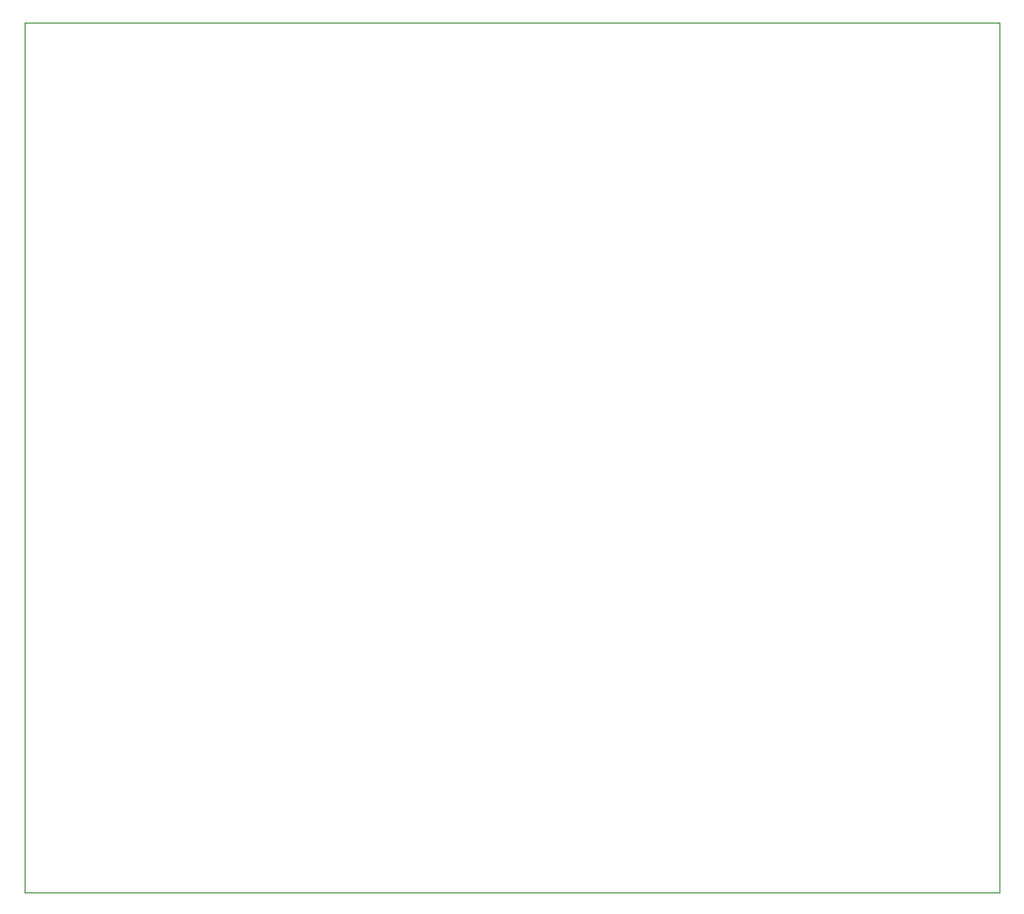
<source format=gm1>
G04 #@! TF.GenerationSoftware,KiCad,Pcbnew,(5.1.4)-1*
G04 #@! TF.CreationDate,2020-03-30T20:51:38+09:00*
G04 #@! TF.ProjectId,StabilizerShims,53746162-696c-4697-9a65-725368696d73,rev?*
G04 #@! TF.SameCoordinates,Original*
G04 #@! TF.FileFunction,Profile,NP*
%FSLAX46Y46*%
G04 Gerber Fmt 4.6, Leading zero omitted, Abs format (unit mm)*
G04 Created by KiCad (PCBNEW (5.1.4)-1) date 2020-03-30 20:51:38*
%MOMM*%
%LPD*%
G04 APERTURE LIST*
%ADD10C,0.050000*%
G04 APERTURE END LIST*
D10*
X46500000Y-106250000D02*
X46500000Y-31250000D01*
X130500000Y-106250000D02*
X46500000Y-106250000D01*
X130500000Y-31250000D02*
X130500000Y-106250000D01*
X46500000Y-31250000D02*
X130500000Y-31250000D01*
M02*

</source>
